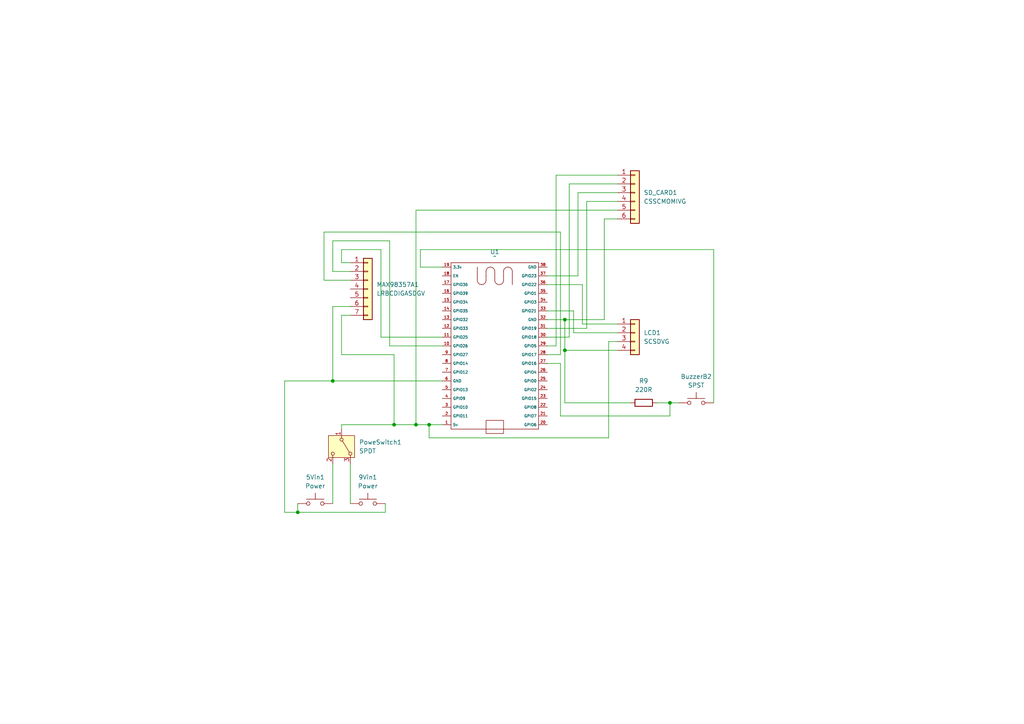
<source format=kicad_sch>
(kicad_sch
	(version 20250114)
	(generator "eeschema")
	(generator_version "9.0")
	(uuid "391ad297-6e82-449e-bdda-fa06d933fec8")
	(paper "A4")
	(lib_symbols
		(symbol "Connector_Generic:Conn_01x04"
			(pin_names
				(offset 1.016)
				(hide yes)
			)
			(exclude_from_sim no)
			(in_bom yes)
			(on_board yes)
			(property "Reference" "J"
				(at 0 5.08 0)
				(effects
					(font
						(size 1.27 1.27)
					)
				)
			)
			(property "Value" "Conn_01x04"
				(at 0 -7.62 0)
				(effects
					(font
						(size 1.27 1.27)
					)
				)
			)
			(property "Footprint" ""
				(at 0 0 0)
				(effects
					(font
						(size 1.27 1.27)
					)
					(hide yes)
				)
			)
			(property "Datasheet" "~"
				(at 0 0 0)
				(effects
					(font
						(size 1.27 1.27)
					)
					(hide yes)
				)
			)
			(property "Description" "Generic connector, single row, 01x04, script generated (kicad-library-utils/schlib/autogen/connector/)"
				(at 0 0 0)
				(effects
					(font
						(size 1.27 1.27)
					)
					(hide yes)
				)
			)
			(property "ki_keywords" "connector"
				(at 0 0 0)
				(effects
					(font
						(size 1.27 1.27)
					)
					(hide yes)
				)
			)
			(property "ki_fp_filters" "Connector*:*_1x??_*"
				(at 0 0 0)
				(effects
					(font
						(size 1.27 1.27)
					)
					(hide yes)
				)
			)
			(symbol "Conn_01x04_1_1"
				(rectangle
					(start -1.27 3.81)
					(end 1.27 -6.35)
					(stroke
						(width 0.254)
						(type default)
					)
					(fill
						(type background)
					)
				)
				(rectangle
					(start -1.27 2.667)
					(end 0 2.413)
					(stroke
						(width 0.1524)
						(type default)
					)
					(fill
						(type none)
					)
				)
				(rectangle
					(start -1.27 0.127)
					(end 0 -0.127)
					(stroke
						(width 0.1524)
						(type default)
					)
					(fill
						(type none)
					)
				)
				(rectangle
					(start -1.27 -2.413)
					(end 0 -2.667)
					(stroke
						(width 0.1524)
						(type default)
					)
					(fill
						(type none)
					)
				)
				(rectangle
					(start -1.27 -4.953)
					(end 0 -5.207)
					(stroke
						(width 0.1524)
						(type default)
					)
					(fill
						(type none)
					)
				)
				(pin passive line
					(at -5.08 2.54 0)
					(length 3.81)
					(name "Pin_1"
						(effects
							(font
								(size 1.27 1.27)
							)
						)
					)
					(number "1"
						(effects
							(font
								(size 1.27 1.27)
							)
						)
					)
				)
				(pin passive line
					(at -5.08 0 0)
					(length 3.81)
					(name "Pin_2"
						(effects
							(font
								(size 1.27 1.27)
							)
						)
					)
					(number "2"
						(effects
							(font
								(size 1.27 1.27)
							)
						)
					)
				)
				(pin passive line
					(at -5.08 -2.54 0)
					(length 3.81)
					(name "Pin_3"
						(effects
							(font
								(size 1.27 1.27)
							)
						)
					)
					(number "3"
						(effects
							(font
								(size 1.27 1.27)
							)
						)
					)
				)
				(pin passive line
					(at -5.08 -5.08 0)
					(length 3.81)
					(name "Pin_4"
						(effects
							(font
								(size 1.27 1.27)
							)
						)
					)
					(number "4"
						(effects
							(font
								(size 1.27 1.27)
							)
						)
					)
				)
			)
			(embedded_fonts no)
		)
		(symbol "Connector_Generic:Conn_01x06"
			(pin_names
				(offset 1.016)
				(hide yes)
			)
			(exclude_from_sim no)
			(in_bom yes)
			(on_board yes)
			(property "Reference" "J"
				(at 0 7.62 0)
				(effects
					(font
						(size 1.27 1.27)
					)
				)
			)
			(property "Value" "Conn_01x06"
				(at 0 -10.16 0)
				(effects
					(font
						(size 1.27 1.27)
					)
				)
			)
			(property "Footprint" ""
				(at 0 0 0)
				(effects
					(font
						(size 1.27 1.27)
					)
					(hide yes)
				)
			)
			(property "Datasheet" "~"
				(at 0 0 0)
				(effects
					(font
						(size 1.27 1.27)
					)
					(hide yes)
				)
			)
			(property "Description" "Generic connector, single row, 01x06, script generated (kicad-library-utils/schlib/autogen/connector/)"
				(at 0 0 0)
				(effects
					(font
						(size 1.27 1.27)
					)
					(hide yes)
				)
			)
			(property "ki_keywords" "connector"
				(at 0 0 0)
				(effects
					(font
						(size 1.27 1.27)
					)
					(hide yes)
				)
			)
			(property "ki_fp_filters" "Connector*:*_1x??_*"
				(at 0 0 0)
				(effects
					(font
						(size 1.27 1.27)
					)
					(hide yes)
				)
			)
			(symbol "Conn_01x06_1_1"
				(rectangle
					(start -1.27 6.35)
					(end 1.27 -8.89)
					(stroke
						(width 0.254)
						(type default)
					)
					(fill
						(type background)
					)
				)
				(rectangle
					(start -1.27 5.207)
					(end 0 4.953)
					(stroke
						(width 0.1524)
						(type default)
					)
					(fill
						(type none)
					)
				)
				(rectangle
					(start -1.27 2.667)
					(end 0 2.413)
					(stroke
						(width 0.1524)
						(type default)
					)
					(fill
						(type none)
					)
				)
				(rectangle
					(start -1.27 0.127)
					(end 0 -0.127)
					(stroke
						(width 0.1524)
						(type default)
					)
					(fill
						(type none)
					)
				)
				(rectangle
					(start -1.27 -2.413)
					(end 0 -2.667)
					(stroke
						(width 0.1524)
						(type default)
					)
					(fill
						(type none)
					)
				)
				(rectangle
					(start -1.27 -4.953)
					(end 0 -5.207)
					(stroke
						(width 0.1524)
						(type default)
					)
					(fill
						(type none)
					)
				)
				(rectangle
					(start -1.27 -7.493)
					(end 0 -7.747)
					(stroke
						(width 0.1524)
						(type default)
					)
					(fill
						(type none)
					)
				)
				(pin passive line
					(at -5.08 5.08 0)
					(length 3.81)
					(name "Pin_1"
						(effects
							(font
								(size 1.27 1.27)
							)
						)
					)
					(number "1"
						(effects
							(font
								(size 1.27 1.27)
							)
						)
					)
				)
				(pin passive line
					(at -5.08 2.54 0)
					(length 3.81)
					(name "Pin_2"
						(effects
							(font
								(size 1.27 1.27)
							)
						)
					)
					(number "2"
						(effects
							(font
								(size 1.27 1.27)
							)
						)
					)
				)
				(pin passive line
					(at -5.08 0 0)
					(length 3.81)
					(name "Pin_3"
						(effects
							(font
								(size 1.27 1.27)
							)
						)
					)
					(number "3"
						(effects
							(font
								(size 1.27 1.27)
							)
						)
					)
				)
				(pin passive line
					(at -5.08 -2.54 0)
					(length 3.81)
					(name "Pin_4"
						(effects
							(font
								(size 1.27 1.27)
							)
						)
					)
					(number "4"
						(effects
							(font
								(size 1.27 1.27)
							)
						)
					)
				)
				(pin passive line
					(at -5.08 -5.08 0)
					(length 3.81)
					(name "Pin_5"
						(effects
							(font
								(size 1.27 1.27)
							)
						)
					)
					(number "5"
						(effects
							(font
								(size 1.27 1.27)
							)
						)
					)
				)
				(pin passive line
					(at -5.08 -7.62 0)
					(length 3.81)
					(name "Pin_6"
						(effects
							(font
								(size 1.27 1.27)
							)
						)
					)
					(number "6"
						(effects
							(font
								(size 1.27 1.27)
							)
						)
					)
				)
			)
			(embedded_fonts no)
		)
		(symbol "Connector_Generic:Conn_01x07"
			(pin_names
				(offset 1.016)
				(hide yes)
			)
			(exclude_from_sim no)
			(in_bom yes)
			(on_board yes)
			(property "Reference" "J"
				(at 0 10.16 0)
				(effects
					(font
						(size 1.27 1.27)
					)
				)
			)
			(property "Value" "Conn_01x07"
				(at 0 -10.16 0)
				(effects
					(font
						(size 1.27 1.27)
					)
				)
			)
			(property "Footprint" ""
				(at 0 0 0)
				(effects
					(font
						(size 1.27 1.27)
					)
					(hide yes)
				)
			)
			(property "Datasheet" "~"
				(at 0 0 0)
				(effects
					(font
						(size 1.27 1.27)
					)
					(hide yes)
				)
			)
			(property "Description" "Generic connector, single row, 01x07, script generated (kicad-library-utils/schlib/autogen/connector/)"
				(at 0 0 0)
				(effects
					(font
						(size 1.27 1.27)
					)
					(hide yes)
				)
			)
			(property "ki_keywords" "connector"
				(at 0 0 0)
				(effects
					(font
						(size 1.27 1.27)
					)
					(hide yes)
				)
			)
			(property "ki_fp_filters" "Connector*:*_1x??_*"
				(at 0 0 0)
				(effects
					(font
						(size 1.27 1.27)
					)
					(hide yes)
				)
			)
			(symbol "Conn_01x07_1_1"
				(rectangle
					(start -1.27 8.89)
					(end 1.27 -8.89)
					(stroke
						(width 0.254)
						(type default)
					)
					(fill
						(type background)
					)
				)
				(rectangle
					(start -1.27 7.747)
					(end 0 7.493)
					(stroke
						(width 0.1524)
						(type default)
					)
					(fill
						(type none)
					)
				)
				(rectangle
					(start -1.27 5.207)
					(end 0 4.953)
					(stroke
						(width 0.1524)
						(type default)
					)
					(fill
						(type none)
					)
				)
				(rectangle
					(start -1.27 2.667)
					(end 0 2.413)
					(stroke
						(width 0.1524)
						(type default)
					)
					(fill
						(type none)
					)
				)
				(rectangle
					(start -1.27 0.127)
					(end 0 -0.127)
					(stroke
						(width 0.1524)
						(type default)
					)
					(fill
						(type none)
					)
				)
				(rectangle
					(start -1.27 -2.413)
					(end 0 -2.667)
					(stroke
						(width 0.1524)
						(type default)
					)
					(fill
						(type none)
					)
				)
				(rectangle
					(start -1.27 -4.953)
					(end 0 -5.207)
					(stroke
						(width 0.1524)
						(type default)
					)
					(fill
						(type none)
					)
				)
				(rectangle
					(start -1.27 -7.493)
					(end 0 -7.747)
					(stroke
						(width 0.1524)
						(type default)
					)
					(fill
						(type none)
					)
				)
				(pin passive line
					(at -5.08 7.62 0)
					(length 3.81)
					(name "Pin_1"
						(effects
							(font
								(size 1.27 1.27)
							)
						)
					)
					(number "1"
						(effects
							(font
								(size 1.27 1.27)
							)
						)
					)
				)
				(pin passive line
					(at -5.08 5.08 0)
					(length 3.81)
					(name "Pin_2"
						(effects
							(font
								(size 1.27 1.27)
							)
						)
					)
					(number "2"
						(effects
							(font
								(size 1.27 1.27)
							)
						)
					)
				)
				(pin passive line
					(at -5.08 2.54 0)
					(length 3.81)
					(name "Pin_3"
						(effects
							(font
								(size 1.27 1.27)
							)
						)
					)
					(number "3"
						(effects
							(font
								(size 1.27 1.27)
							)
						)
					)
				)
				(pin passive line
					(at -5.08 0 0)
					(length 3.81)
					(name "Pin_4"
						(effects
							(font
								(size 1.27 1.27)
							)
						)
					)
					(number "4"
						(effects
							(font
								(size 1.27 1.27)
							)
						)
					)
				)
				(pin passive line
					(at -5.08 -2.54 0)
					(length 3.81)
					(name "Pin_5"
						(effects
							(font
								(size 1.27 1.27)
							)
						)
					)
					(number "5"
						(effects
							(font
								(size 1.27 1.27)
							)
						)
					)
				)
				(pin passive line
					(at -5.08 -5.08 0)
					(length 3.81)
					(name "Pin_6"
						(effects
							(font
								(size 1.27 1.27)
							)
						)
					)
					(number "6"
						(effects
							(font
								(size 1.27 1.27)
							)
						)
					)
				)
				(pin passive line
					(at -5.08 -7.62 0)
					(length 3.81)
					(name "Pin_7"
						(effects
							(font
								(size 1.27 1.27)
							)
						)
					)
					(number "7"
						(effects
							(font
								(size 1.27 1.27)
							)
						)
					)
				)
			)
			(embedded_fonts no)
		)
		(symbol "Device:R"
			(pin_numbers
				(hide yes)
			)
			(pin_names
				(offset 0)
			)
			(exclude_from_sim no)
			(in_bom yes)
			(on_board yes)
			(property "Reference" "R"
				(at 2.032 0 90)
				(effects
					(font
						(size 1.27 1.27)
					)
				)
			)
			(property "Value" "R"
				(at 0 0 90)
				(effects
					(font
						(size 1.27 1.27)
					)
				)
			)
			(property "Footprint" ""
				(at -1.778 0 90)
				(effects
					(font
						(size 1.27 1.27)
					)
					(hide yes)
				)
			)
			(property "Datasheet" "~"
				(at 0 0 0)
				(effects
					(font
						(size 1.27 1.27)
					)
					(hide yes)
				)
			)
			(property "Description" "Resistor"
				(at 0 0 0)
				(effects
					(font
						(size 1.27 1.27)
					)
					(hide yes)
				)
			)
			(property "ki_keywords" "R res resistor"
				(at 0 0 0)
				(effects
					(font
						(size 1.27 1.27)
					)
					(hide yes)
				)
			)
			(property "ki_fp_filters" "R_*"
				(at 0 0 0)
				(effects
					(font
						(size 1.27 1.27)
					)
					(hide yes)
				)
			)
			(symbol "R_0_1"
				(rectangle
					(start -1.016 -2.54)
					(end 1.016 2.54)
					(stroke
						(width 0.254)
						(type default)
					)
					(fill
						(type none)
					)
				)
			)
			(symbol "R_1_1"
				(pin passive line
					(at 0 3.81 270)
					(length 1.27)
					(name "~"
						(effects
							(font
								(size 1.27 1.27)
							)
						)
					)
					(number "1"
						(effects
							(font
								(size 1.27 1.27)
							)
						)
					)
				)
				(pin passive line
					(at 0 -3.81 90)
					(length 1.27)
					(name "~"
						(effects
							(font
								(size 1.27 1.27)
							)
						)
					)
					(number "2"
						(effects
							(font
								(size 1.27 1.27)
							)
						)
					)
				)
			)
			(embedded_fonts no)
		)
		(symbol "ESP32:ESP32_38Pin"
			(exclude_from_sim no)
			(in_bom yes)
			(on_board yes)
			(property "Reference" "U"
				(at 0.635 0.635 90)
				(effects
					(font
						(size 1.27 1.27)
					)
				)
			)
			(property "Value" ""
				(at 0 0 0)
				(effects
					(font
						(size 1.27 1.27)
					)
				)
			)
			(property "Footprint" "ESP32_38pin"
				(at -1.905 0.635 90)
				(effects
					(font
						(size 1.27 1.27)
					)
					(hide yes)
				)
			)
			(property "Datasheet" ""
				(at 0 0 0)
				(effects
					(font
						(size 1.27 1.27)
					)
					(hide yes)
				)
			)
			(property "Description" ""
				(at 0 0 0)
				(effects
					(font
						(size 1.27 1.27)
					)
					(hide yes)
				)
			)
			(symbol "ESP32_38Pin_0_1"
				(polyline
					(pts
						(xy -4.4475 19.6825) (xy -4.4475 20.9525)
					)
					(stroke
						(width 0)
						(type default)
					)
					(fill
						(type none)
					)
				)
				(polyline
					(pts
						(xy -4.445 20.955) (xy -4.445 23.495)
					)
					(stroke
						(width 0)
						(type default)
					)
					(fill
						(type none)
					)
				)
				(arc
					(start -1.9 19.675)
					(mid -2.2742 18.7792)
					(end -3.17 18.405)
					(stroke
						(width 0)
						(type default)
					)
					(fill
						(type none)
					)
				)
				(arc
					(start -3.1775 18.4125)
					(mid -4.0748 18.7852)
					(end -4.4475 19.6825)
					(stroke
						(width 0)
						(type default)
					)
					(fill
						(type none)
					)
				)
				(polyline
					(pts
						(xy -1.9075 19.6825) (xy -1.9075 20.9525)
					)
					(stroke
						(width 0)
						(type default)
					)
					(fill
						(type none)
					)
				)
				(polyline
					(pts
						(xy -1.905 22.225) (xy -1.905 20.955)
					)
					(stroke
						(width 0)
						(type default)
					)
					(fill
						(type none)
					)
				)
				(arc
					(start -0.635 23.495)
					(mid 0.2623 23.1223)
					(end 0.635 22.225)
					(stroke
						(width 0)
						(type default)
					)
					(fill
						(type none)
					)
				)
				(arc
					(start -1.9125 22.2325)
					(mid -1.5383 23.1283)
					(end -0.6425 23.5025)
					(stroke
						(width 0)
						(type default)
					)
					(fill
						(type none)
					)
				)
				(polyline
					(pts
						(xy 0.6325 19.6825) (xy 0.6325 20.9525)
					)
					(stroke
						(width 0)
						(type default)
					)
					(fill
						(type none)
					)
				)
				(polyline
					(pts
						(xy 0.635 22.225) (xy 0.635 20.955)
					)
					(stroke
						(width 0)
						(type default)
					)
					(fill
						(type none)
					)
				)
				(arc
					(start 3.18 19.675)
					(mid 2.8058 18.7792)
					(end 1.91 18.405)
					(stroke
						(width 0)
						(type default)
					)
					(fill
						(type none)
					)
				)
				(arc
					(start 1.9025 18.4125)
					(mid 1.0052 18.7852)
					(end 0.6325 19.6825)
					(stroke
						(width 0)
						(type default)
					)
					(fill
						(type none)
					)
				)
				(polyline
					(pts
						(xy 3.1725 19.6825) (xy 3.1725 20.9525)
					)
					(stroke
						(width 0)
						(type default)
					)
					(fill
						(type none)
					)
				)
				(polyline
					(pts
						(xy 3.175 22.225) (xy 3.175 20.955)
					)
					(stroke
						(width 0)
						(type default)
					)
					(fill
						(type none)
					)
				)
				(rectangle
					(start 3.175 -20.955)
					(end -1.905 -24.765)
					(stroke
						(width 0)
						(type default)
					)
					(fill
						(type none)
					)
				)
				(arc
					(start 4.445 23.495)
					(mid 5.3423 23.1223)
					(end 5.715 22.225)
					(stroke
						(width 0)
						(type default)
					)
					(fill
						(type none)
					)
				)
				(arc
					(start 3.1675 22.2325)
					(mid 3.5417 23.1283)
					(end 4.4375 23.5025)
					(stroke
						(width 0)
						(type default)
					)
					(fill
						(type none)
					)
				)
				(polyline
					(pts
						(xy 5.715 22.225) (xy 5.715 20.955)
					)
					(stroke
						(width 0)
						(type default)
					)
					(fill
						(type none)
					)
				)
				(polyline
					(pts
						(xy 5.715 20.955) (xy 5.715 18.415)
					)
					(stroke
						(width 0)
						(type default)
					)
					(fill
						(type none)
					)
				)
				(rectangle
					(start 13.335 24.765)
					(end -12.065 -23.495)
					(stroke
						(width 0)
						(type default)
					)
					(fill
						(type none)
					)
				)
			)
			(symbol "ESP32_38Pin_1_1"
				(pin output line
					(at -14.605 23.495 0)
					(length 2.54)
					(name "3.3v"
						(effects
							(font
								(size 0.7874 0.7874)
							)
						)
					)
					(number "19"
						(effects
							(font
								(size 0.7874 0.7874)
							)
						)
					)
				)
				(pin bidirectional line
					(at -14.605 20.955 0)
					(length 2.54)
					(name "EN"
						(effects
							(font
								(size 0.7874 0.7874)
							)
						)
					)
					(number "18"
						(effects
							(font
								(size 0.7874 0.7874)
							)
						)
					)
				)
				(pin bidirectional line
					(at -14.605 18.415 0)
					(length 2.54)
					(name "GPIO36"
						(effects
							(font
								(size 0.7874 0.7874)
							)
						)
					)
					(number "17"
						(effects
							(font
								(size 0.7874 0.7874)
							)
						)
					)
				)
				(pin bidirectional line
					(at -14.605 15.875 0)
					(length 2.54)
					(name "GPIO39"
						(effects
							(font
								(size 0.7874 0.7874)
							)
						)
					)
					(number "16"
						(effects
							(font
								(size 0.7874 0.7874)
							)
						)
					)
				)
				(pin bidirectional line
					(at -14.605 13.335 0)
					(length 2.54)
					(name "GPIO34"
						(effects
							(font
								(size 0.7874 0.7874)
							)
						)
					)
					(number "15"
						(effects
							(font
								(size 0.7874 0.7874)
							)
						)
					)
				)
				(pin bidirectional line
					(at -14.605 10.795 0)
					(length 2.54)
					(name "GPIO35"
						(effects
							(font
								(size 0.7874 0.7874)
							)
						)
					)
					(number "14"
						(effects
							(font
								(size 0.7874 0.7874)
							)
						)
					)
				)
				(pin bidirectional line
					(at -14.605 8.255 0)
					(length 2.54)
					(name "GPIO32"
						(effects
							(font
								(size 0.7874 0.7874)
							)
						)
					)
					(number "13"
						(effects
							(font
								(size 0.7874 0.7874)
							)
						)
					)
				)
				(pin bidirectional line
					(at -14.605 5.715 0)
					(length 2.54)
					(name "GPIO33"
						(effects
							(font
								(size 0.7874 0.7874)
							)
						)
					)
					(number "12"
						(effects
							(font
								(size 0.7874 0.7874)
							)
						)
					)
				)
				(pin bidirectional line
					(at -14.605 3.175 0)
					(length 2.54)
					(name "GPIO25"
						(effects
							(font
								(size 0.7874 0.7874)
							)
						)
					)
					(number "11"
						(effects
							(font
								(size 0.7874 0.7874)
							)
						)
					)
				)
				(pin bidirectional line
					(at -14.605 0.635 0)
					(length 2.54)
					(name "GPIO26"
						(effects
							(font
								(size 0.7874 0.7874)
							)
						)
					)
					(number "10"
						(effects
							(font
								(size 0.7874 0.7874)
							)
						)
					)
				)
				(pin bidirectional line
					(at -14.605 -1.905 0)
					(length 2.54)
					(name "GPIO27"
						(effects
							(font
								(size 0.7874 0.7874)
							)
						)
					)
					(number "9"
						(effects
							(font
								(size 0.7874 0.7874)
							)
						)
					)
				)
				(pin bidirectional line
					(at -14.605 -4.445 0)
					(length 2.54)
					(name "GPIO14"
						(effects
							(font
								(size 0.7874 0.7874)
							)
						)
					)
					(number "8"
						(effects
							(font
								(size 0.7874 0.7874)
							)
						)
					)
				)
				(pin bidirectional line
					(at -14.605 -6.985 0)
					(length 2.54)
					(name "GPIO12"
						(effects
							(font
								(size 0.7874 0.7874)
							)
						)
					)
					(number "7"
						(effects
							(font
								(size 0.7874 0.7874)
							)
						)
					)
				)
				(pin power_in line
					(at -14.605 -9.525 0)
					(length 2.54)
					(name "GND"
						(effects
							(font
								(size 0.7874 0.7874)
							)
						)
					)
					(number "6"
						(effects
							(font
								(size 0.7874 0.7874)
							)
						)
					)
				)
				(pin bidirectional line
					(at -14.605 -12.065 0)
					(length 2.54)
					(name "GPIO13"
						(effects
							(font
								(size 0.7874 0.7874)
							)
						)
					)
					(number "5"
						(effects
							(font
								(size 0.7874 0.7874)
							)
						)
					)
				)
				(pin bidirectional line
					(at -14.605 -14.605 0)
					(length 2.54)
					(name "GPIO9"
						(effects
							(font
								(size 0.7874 0.7874)
							)
						)
					)
					(number "4"
						(effects
							(font
								(size 0.7874 0.7874)
							)
						)
					)
				)
				(pin bidirectional line
					(at -14.605 -17.145 0)
					(length 2.54)
					(name "GPIO10"
						(effects
							(font
								(size 0.7874 0.7874)
							)
						)
					)
					(number "3"
						(effects
							(font
								(size 0.7874 0.7874)
							)
						)
					)
				)
				(pin bidirectional line
					(at -14.605 -19.685 0)
					(length 2.54)
					(name "GPIO11"
						(effects
							(font
								(size 0.7874 0.7874)
							)
						)
					)
					(number "2"
						(effects
							(font
								(size 0.7874 0.7874)
							)
						)
					)
				)
				(pin power_out line
					(at -14.605 -22.225 0)
					(length 2.54)
					(name "5v"
						(effects
							(font
								(size 0.7874 0.7874)
							)
						)
					)
					(number "1"
						(effects
							(font
								(size 0.7874 0.7874)
							)
						)
					)
				)
				(pin power_in line
					(at 15.875 23.495 180)
					(length 2.54)
					(name "GND"
						(effects
							(font
								(size 0.7874 0.7874)
							)
						)
					)
					(number "38"
						(effects
							(font
								(size 0.7874 0.7874)
							)
						)
					)
				)
				(pin bidirectional line
					(at 15.875 20.955 180)
					(length 2.54)
					(name "GPIO23"
						(effects
							(font
								(size 0.7874 0.7874)
							)
						)
					)
					(number "37"
						(effects
							(font
								(size 0.7874 0.7874)
							)
						)
					)
				)
				(pin bidirectional line
					(at 15.875 18.415 180)
					(length 2.54)
					(name "GPIO22"
						(effects
							(font
								(size 0.7874 0.7874)
							)
						)
					)
					(number "36"
						(effects
							(font
								(size 0.7874 0.7874)
							)
						)
					)
				)
				(pin bidirectional line
					(at 15.875 15.875 180)
					(length 2.54)
					(name "GPIO1"
						(effects
							(font
								(size 0.7874 0.7874)
							)
						)
					)
					(number "35"
						(effects
							(font
								(size 0.7874 0.7874)
							)
						)
					)
				)
				(pin bidirectional line
					(at 15.875 13.335 180)
					(length 2.54)
					(name "GPIO3"
						(effects
							(font
								(size 0.7874 0.7874)
							)
						)
					)
					(number "34"
						(effects
							(font
								(size 0.7874 0.7874)
							)
						)
					)
				)
				(pin bidirectional line
					(at 15.875 10.795 180)
					(length 2.54)
					(name "GPIO21"
						(effects
							(font
								(size 0.7874 0.7874)
							)
						)
					)
					(number "33"
						(effects
							(font
								(size 0.7874 0.7874)
							)
						)
					)
				)
				(pin power_in line
					(at 15.875 8.255 180)
					(length 2.54)
					(name "GND"
						(effects
							(font
								(size 0.7874 0.7874)
							)
						)
					)
					(number "32"
						(effects
							(font
								(size 0.7874 0.7874)
							)
						)
					)
				)
				(pin bidirectional line
					(at 15.875 5.715 180)
					(length 2.54)
					(name "GPIO19"
						(effects
							(font
								(size 0.7874 0.7874)
							)
						)
					)
					(number "31"
						(effects
							(font
								(size 0.7874 0.7874)
							)
						)
					)
				)
				(pin bidirectional line
					(at 15.875 3.175 180)
					(length 2.54)
					(name "GPIO18"
						(effects
							(font
								(size 0.7874 0.7874)
							)
						)
					)
					(number "30"
						(effects
							(font
								(size 0.7874 0.7874)
							)
						)
					)
				)
				(pin bidirectional line
					(at 15.875 0.635 180)
					(length 2.54)
					(name "GPIO5"
						(effects
							(font
								(size 0.7874 0.7874)
							)
						)
					)
					(number "29"
						(effects
							(font
								(size 0.7874 0.7874)
							)
						)
					)
				)
				(pin bidirectional line
					(at 15.875 -1.905 180)
					(length 2.54)
					(name "GPIO17"
						(effects
							(font
								(size 0.7874 0.7874)
							)
						)
					)
					(number "28"
						(effects
							(font
								(size 0.7874 0.7874)
							)
						)
					)
				)
				(pin bidirectional line
					(at 15.875 -4.445 180)
					(length 2.54)
					(name "GPIO16"
						(effects
							(font
								(size 0.7874 0.7874)
							)
						)
					)
					(number "27"
						(effects
							(font
								(size 0.7874 0.7874)
							)
						)
					)
				)
				(pin bidirectional line
					(at 15.875 -6.985 180)
					(length 2.54)
					(name "GPIO4"
						(effects
							(font
								(size 0.7874 0.7874)
							)
						)
					)
					(number "26"
						(effects
							(font
								(size 0.7874 0.7874)
							)
						)
					)
				)
				(pin bidirectional line
					(at 15.875 -9.525 180)
					(length 2.54)
					(name "GPIO0"
						(effects
							(font
								(size 0.7874 0.7874)
							)
						)
					)
					(number "25"
						(effects
							(font
								(size 0.7874 0.7874)
							)
						)
					)
				)
				(pin bidirectional line
					(at 15.875 -12.065 180)
					(length 2.54)
					(name "GPIO2"
						(effects
							(font
								(size 0.7874 0.7874)
							)
						)
					)
					(number "24"
						(effects
							(font
								(size 0.7874 0.7874)
							)
						)
					)
				)
				(pin bidirectional line
					(at 15.875 -14.605 180)
					(length 2.54)
					(name "GPIO15"
						(effects
							(font
								(size 0.7874 0.7874)
							)
						)
					)
					(number "23"
						(effects
							(font
								(size 0.7874 0.7874)
							)
						)
					)
				)
				(pin bidirectional line
					(at 15.875 -17.145 180)
					(length 2.54)
					(name "GPIO8"
						(effects
							(font
								(size 0.7874 0.7874)
							)
						)
					)
					(number "22"
						(effects
							(font
								(size 0.7874 0.7874)
							)
						)
					)
				)
				(pin bidirectional line
					(at 15.875 -19.685 180)
					(length 2.54)
					(name "GPIO7"
						(effects
							(font
								(size 0.7874 0.7874)
							)
						)
					)
					(number "21"
						(effects
							(font
								(size 0.7874 0.7874)
							)
						)
					)
				)
				(pin bidirectional line
					(at 15.875 -22.225 180)
					(length 2.54)
					(name "GPIO6"
						(effects
							(font
								(size 0.7874 0.7874)
							)
						)
					)
					(number "20"
						(effects
							(font
								(size 0.7874 0.7874)
							)
						)
					)
				)
			)
			(embedded_fonts no)
		)
		(symbol "Switch:SW_Push"
			(pin_numbers
				(hide yes)
			)
			(pin_names
				(offset 1.016)
				(hide yes)
			)
			(exclude_from_sim no)
			(in_bom yes)
			(on_board yes)
			(property "Reference" "SW"
				(at 1.27 2.54 0)
				(effects
					(font
						(size 1.27 1.27)
					)
					(justify left)
				)
			)
			(property "Value" "SW_Push"
				(at 0 -1.524 0)
				(effects
					(font
						(size 1.27 1.27)
					)
				)
			)
			(property "Footprint" ""
				(at 0 5.08 0)
				(effects
					(font
						(size 1.27 1.27)
					)
					(hide yes)
				)
			)
			(property "Datasheet" "~"
				(at 0 5.08 0)
				(effects
					(font
						(size 1.27 1.27)
					)
					(hide yes)
				)
			)
			(property "Description" "Push button switch, generic, two pins"
				(at 0 0 0)
				(effects
					(font
						(size 1.27 1.27)
					)
					(hide yes)
				)
			)
			(property "ki_keywords" "switch normally-open pushbutton push-button"
				(at 0 0 0)
				(effects
					(font
						(size 1.27 1.27)
					)
					(hide yes)
				)
			)
			(symbol "SW_Push_0_1"
				(circle
					(center -2.032 0)
					(radius 0.508)
					(stroke
						(width 0)
						(type default)
					)
					(fill
						(type none)
					)
				)
				(polyline
					(pts
						(xy 0 1.27) (xy 0 3.048)
					)
					(stroke
						(width 0)
						(type default)
					)
					(fill
						(type none)
					)
				)
				(circle
					(center 2.032 0)
					(radius 0.508)
					(stroke
						(width 0)
						(type default)
					)
					(fill
						(type none)
					)
				)
				(polyline
					(pts
						(xy 2.54 1.27) (xy -2.54 1.27)
					)
					(stroke
						(width 0)
						(type default)
					)
					(fill
						(type none)
					)
				)
				(pin passive line
					(at -5.08 0 0)
					(length 2.54)
					(name "1"
						(effects
							(font
								(size 1.27 1.27)
							)
						)
					)
					(number "1"
						(effects
							(font
								(size 1.27 1.27)
							)
						)
					)
				)
				(pin passive line
					(at 5.08 0 180)
					(length 2.54)
					(name "2"
						(effects
							(font
								(size 1.27 1.27)
							)
						)
					)
					(number "2"
						(effects
							(font
								(size 1.27 1.27)
							)
						)
					)
				)
			)
			(embedded_fonts no)
		)
		(symbol "Switch:SW_SPDT_312"
			(pin_names
				(offset 1)
				(hide yes)
			)
			(exclude_from_sim no)
			(in_bom yes)
			(on_board yes)
			(property "Reference" "SW"
				(at 0 5.08 0)
				(effects
					(font
						(size 1.27 1.27)
					)
				)
			)
			(property "Value" "SW_SPDT_312"
				(at 0 -5.08 0)
				(effects
					(font
						(size 1.27 1.27)
					)
				)
			)
			(property "Footprint" ""
				(at 0 -10.16 0)
				(effects
					(font
						(size 1.27 1.27)
					)
					(hide yes)
				)
			)
			(property "Datasheet" "~"
				(at 0 -7.62 0)
				(effects
					(font
						(size 1.27 1.27)
					)
					(hide yes)
				)
			)
			(property "Description" "Switch, single pole double throw"
				(at 0 0 0)
				(effects
					(font
						(size 1.27 1.27)
					)
					(hide yes)
				)
			)
			(property "ki_keywords" "changeover single-pole double-throw spdt ON-ON"
				(at 0 0 0)
				(effects
					(font
						(size 1.27 1.27)
					)
					(hide yes)
				)
			)
			(symbol "SW_SPDT_312_0_1"
				(circle
					(center -2.032 0)
					(radius 0.4572)
					(stroke
						(width 0)
						(type default)
					)
					(fill
						(type none)
					)
				)
				(polyline
					(pts
						(xy -1.651 0.254) (xy 1.651 2.286)
					)
					(stroke
						(width 0)
						(type default)
					)
					(fill
						(type none)
					)
				)
				(circle
					(center 2.032 2.54)
					(radius 0.4572)
					(stroke
						(width 0)
						(type default)
					)
					(fill
						(type none)
					)
				)
				(circle
					(center 2.032 -2.54)
					(radius 0.4572)
					(stroke
						(width 0)
						(type default)
					)
					(fill
						(type none)
					)
				)
			)
			(symbol "SW_SPDT_312_1_1"
				(rectangle
					(start -3.175 3.81)
					(end 3.175 -3.81)
					(stroke
						(width 0)
						(type default)
					)
					(fill
						(type background)
					)
				)
				(pin passive line
					(at -5.08 0 0)
					(length 2.54)
					(name "B"
						(effects
							(font
								(size 1.27 1.27)
							)
						)
					)
					(number "1"
						(effects
							(font
								(size 1.27 1.27)
							)
						)
					)
				)
				(pin passive line
					(at 5.08 2.54 180)
					(length 2.54)
					(name "A"
						(effects
							(font
								(size 1.27 1.27)
							)
						)
					)
					(number "3"
						(effects
							(font
								(size 1.27 1.27)
							)
						)
					)
				)
				(pin passive line
					(at 5.08 -2.54 180)
					(length 2.54)
					(name "C"
						(effects
							(font
								(size 1.27 1.27)
							)
						)
					)
					(number "2"
						(effects
							(font
								(size 1.27 1.27)
							)
						)
					)
				)
			)
			(embedded_fonts no)
		)
	)
	(junction
		(at 120.65 123.19)
		(diameter 0)
		(color 0 0 0 0)
		(uuid "1d2a03bd-9812-41c8-81f5-db4bb3f70a8e")
	)
	(junction
		(at 163.83 92.71)
		(diameter 0)
		(color 0 0 0 0)
		(uuid "374a7878-73d1-4886-8dbc-4fdd6062af49")
	)
	(junction
		(at 86.36 148.59)
		(diameter 0)
		(color 0 0 0 0)
		(uuid "5bf3c758-81b9-4e5f-b59f-284d06bce013")
	)
	(junction
		(at 163.83 101.6)
		(diameter 0)
		(color 0 0 0 0)
		(uuid "97a0563e-b144-4e7a-9eea-1c14429beb22")
	)
	(junction
		(at 96.52 110.49)
		(diameter 0)
		(color 0 0 0 0)
		(uuid "9f3b38ca-7ece-4290-a572-0535d9521ec1")
	)
	(junction
		(at 194.31 116.84)
		(diameter 0)
		(color 0 0 0 0)
		(uuid "9fd8716f-f082-40b9-adf1-be9c926410f2")
	)
	(junction
		(at 114.3 123.19)
		(diameter 0)
		(color 0 0 0 0)
		(uuid "d8a0ebb5-8fd7-4c0a-89dc-942f0c1a91f3")
	)
	(junction
		(at 124.46 123.19)
		(diameter 0)
		(color 0 0 0 0)
		(uuid "d97a631b-c4bd-4f0a-a935-33f6ddc16158")
	)
	(wire
		(pts
			(xy 162.56 67.31) (xy 162.56 102.87)
		)
		(stroke
			(width 0)
			(type default)
		)
		(uuid "0306ba9b-e531-4e61-b1ab-cfdaffc212dc")
	)
	(wire
		(pts
			(xy 162.56 120.65) (xy 194.31 120.65)
		)
		(stroke
			(width 0)
			(type default)
		)
		(uuid "03fdeaab-bee9-4660-863d-4f1ade2c5f1a")
	)
	(wire
		(pts
			(xy 99.06 91.44) (xy 99.06 102.87)
		)
		(stroke
			(width 0)
			(type default)
		)
		(uuid "04504149-5fc8-4349-9f50-1995c3230fad")
	)
	(wire
		(pts
			(xy 110.49 97.79) (xy 128.27 97.79)
		)
		(stroke
			(width 0)
			(type default)
		)
		(uuid "0754dc37-eea1-4877-81e5-01cd0eb43855")
	)
	(wire
		(pts
			(xy 179.07 101.6) (xy 163.83 101.6)
		)
		(stroke
			(width 0)
			(type default)
		)
		(uuid "0982ba05-d609-414b-aa84-2ef1dacb6aa3")
	)
	(wire
		(pts
			(xy 114.3 102.87) (xy 114.3 123.19)
		)
		(stroke
			(width 0)
			(type default)
		)
		(uuid "0d53391b-f927-454a-91bd-b977be2eca0e")
	)
	(wire
		(pts
			(xy 163.83 101.6) (xy 163.83 92.71)
		)
		(stroke
			(width 0)
			(type default)
		)
		(uuid "1126fbff-1423-4f9b-9696-ef9744525384")
	)
	(wire
		(pts
			(xy 162.56 105.41) (xy 162.56 120.65)
		)
		(stroke
			(width 0)
			(type default)
		)
		(uuid "11f08c2c-f6e4-4546-a30c-2414e4e87e04")
	)
	(wire
		(pts
			(xy 170.18 58.42) (xy 179.07 58.42)
		)
		(stroke
			(width 0)
			(type default)
		)
		(uuid "186ad598-0bfe-4402-b4a7-75b9acd1c83d")
	)
	(wire
		(pts
			(xy 182.88 116.84) (xy 163.83 116.84)
		)
		(stroke
			(width 0)
			(type default)
		)
		(uuid "1a7ec353-ac58-4025-ac5d-22c3bd1c2e92")
	)
	(wire
		(pts
			(xy 111.76 146.05) (xy 111.76 148.59)
		)
		(stroke
			(width 0)
			(type default)
		)
		(uuid "1e5c2e41-2cbd-485c-9351-e2a8c52ce768")
	)
	(wire
		(pts
			(xy 82.55 110.49) (xy 96.52 110.49)
		)
		(stroke
			(width 0)
			(type default)
		)
		(uuid "2a4e164e-2b2f-4f98-8dfb-4d47593cc817")
	)
	(wire
		(pts
			(xy 114.3 123.19) (xy 120.65 123.19)
		)
		(stroke
			(width 0)
			(type default)
		)
		(uuid "2b0ebcf9-a920-447d-8e54-8b3007ec0201")
	)
	(wire
		(pts
			(xy 168.91 82.55) (xy 168.91 93.98)
		)
		(stroke
			(width 0)
			(type default)
		)
		(uuid "356aff39-a23d-4464-b315-5116a90788e4")
	)
	(wire
		(pts
			(xy 101.6 134.62) (xy 101.6 146.05)
		)
		(stroke
			(width 0)
			(type default)
		)
		(uuid "3993605b-dc24-438b-88ca-1506660ab082")
	)
	(wire
		(pts
			(xy 101.6 76.2) (xy 99.06 76.2)
		)
		(stroke
			(width 0)
			(type default)
		)
		(uuid "3adf6e65-2522-4af1-b31d-83ca1dbd00ac")
	)
	(wire
		(pts
			(xy 101.6 78.74) (xy 96.52 78.74)
		)
		(stroke
			(width 0)
			(type default)
		)
		(uuid "3ccd0c36-6387-494f-8600-fa5821d05e6c")
	)
	(wire
		(pts
			(xy 93.98 81.28) (xy 93.98 67.31)
		)
		(stroke
			(width 0)
			(type default)
		)
		(uuid "3d9d1006-6807-4c35-bda2-7d15dc0ca414")
	)
	(wire
		(pts
			(xy 121.92 77.47) (xy 121.92 72.39)
		)
		(stroke
			(width 0)
			(type default)
		)
		(uuid "425136fe-f74e-499a-a955-581c1653d164")
	)
	(wire
		(pts
			(xy 158.75 80.01) (xy 167.64 80.01)
		)
		(stroke
			(width 0)
			(type default)
		)
		(uuid "46876273-b52c-44b0-ab4e-dece4de18bd9")
	)
	(wire
		(pts
			(xy 179.07 96.52) (xy 166.37 96.52)
		)
		(stroke
			(width 0)
			(type default)
		)
		(uuid "4a8316b4-21e3-4ac2-a752-af32fee8cb8e")
	)
	(wire
		(pts
			(xy 161.29 50.8) (xy 179.07 50.8)
		)
		(stroke
			(width 0)
			(type default)
		)
		(uuid "4aa85dac-f440-4093-8b89-4508e76c435a")
	)
	(wire
		(pts
			(xy 96.52 134.62) (xy 96.52 146.05)
		)
		(stroke
			(width 0)
			(type default)
		)
		(uuid "4f08b8a7-4131-4343-a92a-da2738223b23")
	)
	(wire
		(pts
			(xy 162.56 102.87) (xy 158.75 102.87)
		)
		(stroke
			(width 0)
			(type default)
		)
		(uuid "4f92327d-8221-49d2-abe9-44f2c6ec1365")
	)
	(wire
		(pts
			(xy 163.83 116.84) (xy 163.83 101.6)
		)
		(stroke
			(width 0)
			(type default)
		)
		(uuid "53975fdd-b3d4-4e16-a6a8-89e38367af94")
	)
	(wire
		(pts
			(xy 175.26 63.5) (xy 175.26 92.71)
		)
		(stroke
			(width 0)
			(type default)
		)
		(uuid "54585d8a-8131-4f4a-bc60-01783f631cf9")
	)
	(wire
		(pts
			(xy 93.98 67.31) (xy 162.56 67.31)
		)
		(stroke
			(width 0)
			(type default)
		)
		(uuid "57ca0443-baa2-42fa-bfc7-6a432e00d230")
	)
	(wire
		(pts
			(xy 176.53 99.06) (xy 176.53 127)
		)
		(stroke
			(width 0)
			(type default)
		)
		(uuid "5a2490b6-2d30-47d8-86c0-256bcb05118d")
	)
	(wire
		(pts
			(xy 179.07 99.06) (xy 176.53 99.06)
		)
		(stroke
			(width 0)
			(type default)
		)
		(uuid "5d83e369-4b5c-4dc5-bb87-ccce02a78b7c")
	)
	(wire
		(pts
			(xy 86.36 146.05) (xy 86.36 148.59)
		)
		(stroke
			(width 0)
			(type default)
		)
		(uuid "632ca648-7976-431b-9e3d-34ac9a522723")
	)
	(wire
		(pts
			(xy 175.26 92.71) (xy 163.83 92.71)
		)
		(stroke
			(width 0)
			(type default)
		)
		(uuid "6559e768-209e-4f42-b3a7-d64d465d2a43")
	)
	(wire
		(pts
			(xy 176.53 127) (xy 124.46 127)
		)
		(stroke
			(width 0)
			(type default)
		)
		(uuid "66ffc8db-6f5b-4a46-a2db-08be2749be89")
	)
	(wire
		(pts
			(xy 194.31 116.84) (xy 196.85 116.84)
		)
		(stroke
			(width 0)
			(type default)
		)
		(uuid "6a454595-d4b3-408f-98e7-fda14deacbbb")
	)
	(wire
		(pts
			(xy 96.52 88.9) (xy 96.52 110.49)
		)
		(stroke
			(width 0)
			(type default)
		)
		(uuid "6cb211cc-b94e-48e2-8dbf-82a9f9bf6db0")
	)
	(wire
		(pts
			(xy 113.03 100.33) (xy 128.27 100.33)
		)
		(stroke
			(width 0)
			(type default)
		)
		(uuid "6fa24663-053b-41a1-b2e5-3cc29acf967a")
	)
	(wire
		(pts
			(xy 207.01 72.39) (xy 207.01 116.84)
		)
		(stroke
			(width 0)
			(type default)
		)
		(uuid "75ea95ff-2f9c-45e0-bc17-7d2514967b2a")
	)
	(wire
		(pts
			(xy 99.06 123.19) (xy 114.3 123.19)
		)
		(stroke
			(width 0)
			(type default)
		)
		(uuid "7afec9c1-e2b4-4ab0-bc7b-d369ba0ec6b7")
	)
	(wire
		(pts
			(xy 96.52 78.74) (xy 96.52 69.85)
		)
		(stroke
			(width 0)
			(type default)
		)
		(uuid "81861b0d-d5ef-4d51-9321-12b137521839")
	)
	(wire
		(pts
			(xy 158.75 105.41) (xy 162.56 105.41)
		)
		(stroke
			(width 0)
			(type default)
		)
		(uuid "82bf81e0-fa83-4429-ae8d-47f82f77ad40")
	)
	(wire
		(pts
			(xy 111.76 148.59) (xy 86.36 148.59)
		)
		(stroke
			(width 0)
			(type default)
		)
		(uuid "885236e0-8d7d-42c6-8157-92e273bfc381")
	)
	(wire
		(pts
			(xy 99.06 72.39) (xy 110.49 72.39)
		)
		(stroke
			(width 0)
			(type default)
		)
		(uuid "8b9d6fa9-5826-430c-89cb-f5cae5fa4ad0")
	)
	(wire
		(pts
			(xy 101.6 91.44) (xy 99.06 91.44)
		)
		(stroke
			(width 0)
			(type default)
		)
		(uuid "90511685-2e36-42a0-9f1d-b8dd3a052846")
	)
	(wire
		(pts
			(xy 124.46 123.19) (xy 128.27 123.19)
		)
		(stroke
			(width 0)
			(type default)
		)
		(uuid "932a7a32-d4c9-4940-a827-b75f2143f17f")
	)
	(wire
		(pts
			(xy 120.65 60.96) (xy 120.65 123.19)
		)
		(stroke
			(width 0)
			(type default)
		)
		(uuid "94e78567-bb3d-4348-ad1c-49e55ba7a43b")
	)
	(wire
		(pts
			(xy 167.64 55.88) (xy 179.07 55.88)
		)
		(stroke
			(width 0)
			(type default)
		)
		(uuid "9597ec7c-1dd7-4613-ba8c-35106cd25cab")
	)
	(wire
		(pts
			(xy 158.75 97.79) (xy 165.1 97.79)
		)
		(stroke
			(width 0)
			(type default)
		)
		(uuid "9ef14948-fca0-41fe-b9b7-c7bf64c02c5a")
	)
	(wire
		(pts
			(xy 170.18 95.25) (xy 170.18 58.42)
		)
		(stroke
			(width 0)
			(type default)
		)
		(uuid "ac2004e6-da4f-4fe0-96ec-da331b7add95")
	)
	(wire
		(pts
			(xy 101.6 81.28) (xy 93.98 81.28)
		)
		(stroke
			(width 0)
			(type default)
		)
		(uuid "ad9405e7-bf4f-4bb7-bcc9-582935633221")
	)
	(wire
		(pts
			(xy 158.75 82.55) (xy 168.91 82.55)
		)
		(stroke
			(width 0)
			(type default)
		)
		(uuid "af7a5c08-03c9-48dc-aae9-6232e512c4ff")
	)
	(wire
		(pts
			(xy 158.75 95.25) (xy 170.18 95.25)
		)
		(stroke
			(width 0)
			(type default)
		)
		(uuid "b24a6a96-d015-4823-bbc6-095613372ddc")
	)
	(wire
		(pts
			(xy 166.37 90.17) (xy 158.75 90.17)
		)
		(stroke
			(width 0)
			(type default)
		)
		(uuid "b36eef3d-754e-4e18-af59-206fa9a414c8")
	)
	(wire
		(pts
			(xy 86.36 148.59) (xy 82.55 148.59)
		)
		(stroke
			(width 0)
			(type default)
		)
		(uuid "b87c8a8d-72ec-4e5b-ae49-5609f7f108df")
	)
	(wire
		(pts
			(xy 165.1 53.34) (xy 179.07 53.34)
		)
		(stroke
			(width 0)
			(type default)
		)
		(uuid "b88ad66b-ac8a-473d-8452-7e324286029d")
	)
	(wire
		(pts
			(xy 161.29 100.33) (xy 161.29 50.8)
		)
		(stroke
			(width 0)
			(type default)
		)
		(uuid "b93e6f2d-2e41-469e-b6d6-7f1365c55800")
	)
	(wire
		(pts
			(xy 194.31 120.65) (xy 194.31 116.84)
		)
		(stroke
			(width 0)
			(type default)
		)
		(uuid "bb9117d0-f527-41e8-ac99-d3c1b44f3d5c")
	)
	(wire
		(pts
			(xy 175.26 63.5) (xy 179.07 63.5)
		)
		(stroke
			(width 0)
			(type default)
		)
		(uuid "c653a7ad-b109-4e58-8c99-45fc90535990")
	)
	(wire
		(pts
			(xy 120.65 123.19) (xy 124.46 123.19)
		)
		(stroke
			(width 0)
			(type default)
		)
		(uuid "ca1b9f9c-b574-447e-ac44-12c2d97d32f3")
	)
	(wire
		(pts
			(xy 165.1 97.79) (xy 165.1 53.34)
		)
		(stroke
			(width 0)
			(type default)
		)
		(uuid "cef49c0e-80f4-457f-8d8d-cd879a5e4a38")
	)
	(wire
		(pts
			(xy 167.64 80.01) (xy 167.64 55.88)
		)
		(stroke
			(width 0)
			(type default)
		)
		(uuid "d052cad2-af01-4472-a8df-ce8e225f930c")
	)
	(wire
		(pts
			(xy 158.75 100.33) (xy 161.29 100.33)
		)
		(stroke
			(width 0)
			(type default)
		)
		(uuid "d1961c8a-bc14-41f8-8e1a-250800fa35b0")
	)
	(wire
		(pts
			(xy 110.49 72.39) (xy 110.49 97.79)
		)
		(stroke
			(width 0)
			(type default)
		)
		(uuid "d4b3e245-6fd2-4e5a-90fa-f958c1ffa7f4")
	)
	(wire
		(pts
			(xy 166.37 96.52) (xy 166.37 90.17)
		)
		(stroke
			(width 0)
			(type default)
		)
		(uuid "d5f01101-d943-46dc-9e93-e115b61a47f7")
	)
	(wire
		(pts
			(xy 82.55 148.59) (xy 82.55 110.49)
		)
		(stroke
			(width 0)
			(type default)
		)
		(uuid "d7059e26-1214-4687-822a-5c427d5196e8")
	)
	(wire
		(pts
			(xy 99.06 76.2) (xy 99.06 72.39)
		)
		(stroke
			(width 0)
			(type default)
		)
		(uuid "df5db46c-89a6-4f00-8b9f-fb671fe75df9")
	)
	(wire
		(pts
			(xy 99.06 124.46) (xy 99.06 123.19)
		)
		(stroke
			(width 0)
			(type default)
		)
		(uuid "e1a15438-1da9-466d-bf5d-0922eab0bb49")
	)
	(wire
		(pts
			(xy 121.92 72.39) (xy 207.01 72.39)
		)
		(stroke
			(width 0)
			(type default)
		)
		(uuid "e57919e7-37e2-4f8e-bd73-2297a823437b")
	)
	(wire
		(pts
			(xy 158.75 92.71) (xy 163.83 92.71)
		)
		(stroke
			(width 0)
			(type default)
		)
		(uuid "e72c8c06-04c7-4f12-8512-df37fc2aa54c")
	)
	(wire
		(pts
			(xy 96.52 110.49) (xy 128.27 110.49)
		)
		(stroke
			(width 0)
			(type default)
		)
		(uuid "e7406b57-b1b8-4797-9694-51c71d7e689d")
	)
	(wire
		(pts
			(xy 96.52 69.85) (xy 113.03 69.85)
		)
		(stroke
			(width 0)
			(type default)
		)
		(uuid "ea3e95ad-532d-4ceb-8f36-f966dcdb2260")
	)
	(wire
		(pts
			(xy 168.91 93.98) (xy 179.07 93.98)
		)
		(stroke
			(width 0)
			(type default)
		)
		(uuid "ee8be499-2236-4852-85f9-00e9e03c2cae")
	)
	(wire
		(pts
			(xy 128.27 77.47) (xy 121.92 77.47)
		)
		(stroke
			(width 0)
			(type default)
		)
		(uuid "f347c092-48c0-41eb-9f24-8972a5dd8292")
	)
	(wire
		(pts
			(xy 113.03 69.85) (xy 113.03 100.33)
		)
		(stroke
			(width 0)
			(type default)
		)
		(uuid "f38e6356-62c6-408e-81bc-6a21455e52df")
	)
	(wire
		(pts
			(xy 99.06 102.87) (xy 114.3 102.87)
		)
		(stroke
			(width 0)
			(type default)
		)
		(uuid "f575ec6c-649a-4e60-bcd5-01110895f3ce")
	)
	(wire
		(pts
			(xy 124.46 127) (xy 124.46 123.19)
		)
		(stroke
			(width 0)
			(type default)
		)
		(uuid "f5aab890-5783-478c-a2ff-07664df04e47")
	)
	(wire
		(pts
			(xy 179.07 60.96) (xy 120.65 60.96)
		)
		(stroke
			(width 0)
			(type default)
		)
		(uuid "f6aad3bb-e049-4cb4-9d24-8952722b877e")
	)
	(wire
		(pts
			(xy 190.5 116.84) (xy 194.31 116.84)
		)
		(stroke
			(width 0)
			(type default)
		)
		(uuid "fadc8b4b-bb36-45ed-b49f-e054e03918ff")
	)
	(wire
		(pts
			(xy 101.6 88.9) (xy 96.52 88.9)
		)
		(stroke
			(width 0)
			(type default)
		)
		(uuid "fe2da6c1-a23d-47c5-8460-93b2f597e3c4")
	)
	(symbol
		(lib_id "ESP32:ESP32_38Pin")
		(at 142.875 100.965 0)
		(unit 1)
		(exclude_from_sim no)
		(in_bom yes)
		(on_board yes)
		(dnp no)
		(fields_autoplaced yes)
		(uuid "6927f644-5a88-494f-b5bd-5c9c4542e296")
		(property "Reference" "U1"
			(at 143.51 73.025 0)
			(effects
				(font
					(size 1.27 1.27)
				)
			)
		)
		(property "Value" "~"
			(at 143.51 74.295 0)
			(effects
				(font
					(size 1.27 1.27)
				)
			)
		)
		(property "Footprint" "ESP32:ESP32_38pin"
			(at 140.97 100.33 90)
			(effects
				(font
					(size 1.27 1.27)
				)
				(hide yes)
			)
		)
		(property "Datasheet" ""
			(at 142.875 100.965 0)
			(effects
				(font
					(size 1.27 1.27)
				)
				(hide yes)
			)
		)
		(property "Description" ""
			(at 142.875 100.965 0)
			(effects
				(font
					(size 1.27 1.27)
				)
				(hide yes)
			)
		)
		(pin "9"
			(uuid "09bcbf95-3f8e-46df-a61e-5f0745f459f8")
		)
		(pin "15"
			(uuid "768c8918-657f-474d-9825-d7779d153baa")
		)
		(pin "2"
			(uuid "74ecfca5-7d62-486c-bc0d-3de004eb6a39")
		)
		(pin "29"
			(uuid "357c78a6-0585-4bb0-a798-40ca6f652ab9")
		)
		(pin "11"
			(uuid "44ab6c2f-6ddc-441c-89ce-829d03d0d942")
		)
		(pin "17"
			(uuid "529133ea-6911-409d-8215-ccaaaad4e719")
		)
		(pin "4"
			(uuid "f5256f60-6deb-4d74-b779-79f753b206e0")
		)
		(pin "8"
			(uuid "4283b539-d91f-402d-88c0-f8bd03501f93")
		)
		(pin "26"
			(uuid "4ac38f3e-96dd-4828-b13f-9f69bd6a8bf1")
		)
		(pin "23"
			(uuid "3547b3dc-9456-4d36-896b-a2855822716d")
		)
		(pin "38"
			(uuid "ccc34430-5700-4451-b1de-8d750fb45c6f")
		)
		(pin "22"
			(uuid "8f9205cb-bf4b-4d89-ba94-ad8923fcd7fc")
		)
		(pin "31"
			(uuid "f13dedd2-b459-40a7-88bf-dc8b94af2bc2")
		)
		(pin "36"
			(uuid "e09facc0-7d71-4a6d-8962-0bf668ddf1be")
		)
		(pin "28"
			(uuid "5f17cf6e-693d-4d80-9339-8e4a87c51c26")
		)
		(pin "21"
			(uuid "416a9426-9682-4847-9c68-75e6e1cf22cd")
		)
		(pin "20"
			(uuid "6bb6045a-fc6f-455b-97ad-1bfd4ae9f877")
		)
		(pin "16"
			(uuid "86c33c99-754f-4a25-a9a2-a5ccaa25c472")
		)
		(pin "18"
			(uuid "e3e39f03-084c-4389-8903-b3f8c5123fea")
		)
		(pin "10"
			(uuid "509c94e4-0e18-479e-86f6-c64b9d452dea")
		)
		(pin "30"
			(uuid "be727603-b966-4924-89a2-4e45e76714c6")
		)
		(pin "7"
			(uuid "4b919634-4d1c-48e2-b965-134c0360fb3d")
		)
		(pin "3"
			(uuid "d769528d-bee5-4426-a956-848106fef2da")
		)
		(pin "34"
			(uuid "dd2e0889-5f6f-43b1-af2e-ad5d5a9a11b9")
		)
		(pin "33"
			(uuid "1936b9a3-d104-4436-be95-f8075ce6d9bb")
		)
		(pin "12"
			(uuid "1bc5fe6f-0111-4331-97d9-b5fa0cf710a9")
		)
		(pin "13"
			(uuid "bff3bd31-d8a8-4675-9e6a-b786ce137ee4")
		)
		(pin "27"
			(uuid "fc83bcbb-3c78-46f7-beaf-1e8cae5842eb")
		)
		(pin "37"
			(uuid "4ef393ea-744e-42b4-8044-746ece23640c")
		)
		(pin "19"
			(uuid "c49ac044-7e9c-408e-a342-a6c4ed16c254")
		)
		(pin "32"
			(uuid "b11f0627-6332-4c4a-a6b8-d759918aedab")
		)
		(pin "5"
			(uuid "374bca37-69f7-4bed-a802-06a3a257452f")
		)
		(pin "14"
			(uuid "2b4852dc-a4e9-4f6a-b985-c1f1386a91b5")
		)
		(pin "1"
			(uuid "8fa0f9a3-51ec-454f-97aa-a1dcd5e691c5")
		)
		(pin "25"
			(uuid "da8f4f88-9426-4b9b-ba88-03dd5b5fb77e")
		)
		(pin "6"
			(uuid "f74b49b0-acea-4186-89d3-7a3159785d06")
		)
		(pin "35"
			(uuid "b2367ce7-14b9-488f-916d-f29adfc1a4c9")
		)
		(pin "24"
			(uuid "2ddacee0-6b28-428a-bb47-b687a8b87ec7")
		)
		(instances
			(project ""
				(path "/391ad297-6e82-449e-bdda-fa06d933fec8"
					(reference "U1")
					(unit 1)
				)
			)
		)
	)
	(symbol
		(lib_id "Device:R")
		(at 186.69 116.84 270)
		(unit 1)
		(exclude_from_sim no)
		(in_bom yes)
		(on_board yes)
		(dnp no)
		(fields_autoplaced yes)
		(uuid "7aedb9f2-2519-407a-8552-356d44ec7cb7")
		(property "Reference" "R9"
			(at 186.69 110.49 90)
			(effects
				(font
					(size 1.27 1.27)
				)
			)
		)
		(property "Value" "220R"
			(at 186.69 113.03 90)
			(effects
				(font
					(size 1.27 1.27)
				)
			)
		)
		(property "Footprint" "Resistor_THT:R_Axial_DIN0204_L3.6mm_D1.6mm_P7.62mm_Horizontal"
			(at 186.69 115.062 90)
			(effects
				(font
					(size 1.27 1.27)
				)
				(hide yes)
			)
		)
		(property "Datasheet" "~"
			(at 186.69 116.84 0)
			(effects
				(font
					(size 1.27 1.27)
				)
				(hide yes)
			)
		)
		(property "Description" "Resistor"
			(at 186.69 116.84 0)
			(effects
				(font
					(size 1.27 1.27)
				)
				(hide yes)
			)
		)
		(pin "2"
			(uuid "917cbd47-38f8-4af0-be32-cfc498cf184a")
		)
		(pin "1"
			(uuid "6149148a-7683-4ac9-8ba6-cd2168920c96")
		)
		(instances
			(project "MainBox"
				(path "/391ad297-6e82-449e-bdda-fa06d933fec8"
					(reference "R9")
					(unit 1)
				)
			)
		)
	)
	(symbol
		(lib_id "Connector_Generic:Conn_01x06")
		(at 184.15 55.88 0)
		(unit 1)
		(exclude_from_sim no)
		(in_bom yes)
		(on_board yes)
		(dnp no)
		(fields_autoplaced yes)
		(uuid "8febcce9-e63a-451e-b321-fad1c993f619")
		(property "Reference" "SD_CARD1"
			(at 186.69 55.8799 0)
			(effects
				(font
					(size 1.27 1.27)
				)
				(justify left)
			)
		)
		(property "Value" "CSSCMOMIVG"
			(at 186.69 58.4199 0)
			(effects
				(font
					(size 1.27 1.27)
				)
				(justify left)
			)
		)
		(property "Footprint" "MyComponents:Micro SD Card Module"
			(at 184.15 55.88 0)
			(effects
				(font
					(size 1.27 1.27)
				)
				(hide yes)
			)
		)
		(property "Datasheet" "~"
			(at 184.15 55.88 0)
			(effects
				(font
					(size 1.27 1.27)
				)
				(hide yes)
			)
		)
		(property "Description" "Generic connector, single row, 01x06, script generated (kicad-library-utils/schlib/autogen/connector/)"
			(at 184.15 55.88 0)
			(effects
				(font
					(size 1.27 1.27)
				)
				(hide yes)
			)
		)
		(pin "4"
			(uuid "2bf136d3-2f89-47fe-9ba6-61c1aecf8173")
		)
		(pin "1"
			(uuid "bc75f79a-6efd-4577-8ec4-d03489467173")
		)
		(pin "6"
			(uuid "35abfb6f-dfa8-4ae9-9392-f63397b1f8f4")
		)
		(pin "2"
			(uuid "841352bb-79b5-4ab1-9ced-bbbd106f9acf")
		)
		(pin "3"
			(uuid "8fd72f8e-e18f-4a36-9576-b15134d91cfc")
		)
		(pin "5"
			(uuid "11255073-33af-470c-9ecd-12630b69d109")
		)
		(instances
			(project ""
				(path "/391ad297-6e82-449e-bdda-fa06d933fec8"
					(reference "SD_CARD1")
					(unit 1)
				)
			)
		)
	)
	(symbol
		(lib_id "Switch:SW_SPDT_312")
		(at 99.06 129.54 270)
		(unit 1)
		(exclude_from_sim no)
		(in_bom yes)
		(on_board yes)
		(dnp no)
		(fields_autoplaced yes)
		(uuid "9bc345f1-ea56-4c31-82a4-724775fdc4ee")
		(property "Reference" "PoweSwitch1"
			(at 104.14 128.2699 90)
			(effects
				(font
					(size 1.27 1.27)
				)
				(justify left)
			)
		)
		(property "Value" "SPDT"
			(at 104.14 130.8099 90)
			(effects
				(font
					(size 1.27 1.27)
				)
				(justify left)
			)
		)
		(property "Footprint" "Button_Switch_THT:SW_Slide-03_Wuerth-WS-SLTV_10x2.5x6.4_P2.54mm"
			(at 88.9 129.54 0)
			(effects
				(font
					(size 1.27 1.27)
				)
				(hide yes)
			)
		)
		(property "Datasheet" "~"
			(at 91.44 129.54 0)
			(effects
				(font
					(size 1.27 1.27)
				)
				(hide yes)
			)
		)
		(property "Description" "Switch, single pole double throw"
			(at 99.06 129.54 0)
			(effects
				(font
					(size 1.27 1.27)
				)
				(hide yes)
			)
		)
		(pin "3"
			(uuid "9d2db97f-c644-4bb9-a6ba-533c1cf142b7")
		)
		(pin "2"
			(uuid "6108455a-f77b-4589-b840-6ab1c3aa815c")
		)
		(pin "1"
			(uuid "d591524a-3e97-4e55-91f3-051b421ccd20")
		)
		(instances
			(project ""
				(path "/391ad297-6e82-449e-bdda-fa06d933fec8"
					(reference "PoweSwitch1")
					(unit 1)
				)
			)
		)
	)
	(symbol
		(lib_id "Connector_Generic:Conn_01x07")
		(at 106.68 83.82 0)
		(unit 1)
		(exclude_from_sim no)
		(in_bom yes)
		(on_board yes)
		(dnp no)
		(uuid "9e004499-8224-406e-bee5-5554ff71f127")
		(property "Reference" "MAX98357A1"
			(at 109.22 82.5499 0)
			(effects
				(font
					(size 1.27 1.27)
				)
				(justify left)
			)
		)
		(property "Value" "LRBCDIGASDGV"
			(at 109.22 85.0899 0)
			(effects
				(font
					(size 1.27 1.27)
				)
				(justify left)
			)
		)
		(property "Footprint" "MyComponents:MAX98357A"
			(at 106.68 83.82 0)
			(effects
				(font
					(size 1.27 1.27)
				)
				(hide yes)
			)
		)
		(property "Datasheet" "~"
			(at 106.68 83.82 0)
			(effects
				(font
					(size 1.27 1.27)
				)
				(hide yes)
			)
		)
		(property "Description" "Generic connector, single row, 01x07, script generated (kicad-library-utils/schlib/autogen/connector/)"
			(at 106.68 83.82 0)
			(effects
				(font
					(size 1.27 1.27)
				)
				(hide yes)
			)
		)
		(pin "2"
			(uuid "6968d1bd-935d-478d-a851-e1d9ddfef117")
		)
		(pin "3"
			(uuid "09b8e9a5-bd1d-48ac-b73b-f8fa3fe714cd")
		)
		(pin "7"
			(uuid "f682f157-fcd4-4e4d-bcd6-5393decec17c")
		)
		(pin "4"
			(uuid "fcf87083-b8bf-4210-a524-d4607c92dc37")
		)
		(pin "1"
			(uuid "c2760d28-0eb4-46d2-8def-27a3f6132409")
		)
		(pin "5"
			(uuid "e936acee-2ac2-48f8-891c-2ff05da9a328")
		)
		(pin "6"
			(uuid "d5407a2a-2bfc-4d49-84a5-581a28e00936")
		)
		(instances
			(project ""
				(path "/391ad297-6e82-449e-bdda-fa06d933fec8"
					(reference "MAX98357A1")
					(unit 1)
				)
			)
		)
	)
	(symbol
		(lib_id "Connector_Generic:Conn_01x04")
		(at 184.15 96.52 0)
		(unit 1)
		(exclude_from_sim no)
		(in_bom yes)
		(on_board yes)
		(dnp no)
		(fields_autoplaced yes)
		(uuid "c718fd4d-fcaf-4ff8-b276-2bfc8812e484")
		(property "Reference" "LCD1"
			(at 186.69 96.5199 0)
			(effects
				(font
					(size 1.27 1.27)
				)
				(justify left)
			)
		)
		(property "Value" "SCSDVG"
			(at 186.69 99.0599 0)
			(effects
				(font
					(size 1.27 1.27)
				)
				(justify left)
			)
		)
		(property "Footprint" "Connector_PinSocket_2.54mm:PinSocket_1x04_P2.54mm_Vertical"
			(at 184.15 96.52 0)
			(effects
				(font
					(size 1.27 1.27)
				)
				(hide yes)
			)
		)
		(property "Datasheet" "~"
			(at 184.15 96.52 0)
			(effects
				(font
					(size 1.27 1.27)
				)
				(hide yes)
			)
		)
		(property "Description" "Generic connector, single row, 01x04, script generated (kicad-library-utils/schlib/autogen/connector/)"
			(at 184.15 96.52 0)
			(effects
				(font
					(size 1.27 1.27)
				)
				(hide yes)
			)
		)
		(pin "3"
			(uuid "fb5857b6-f283-487f-b1e8-1d8dfa03a629")
		)
		(pin "2"
			(uuid "8bfdddfd-3ec7-4c1d-9c8e-8df43079e7b5")
		)
		(pin "4"
			(uuid "7766cfae-1a62-47de-bfed-dfb3955b7d78")
		)
		(pin "1"
			(uuid "7dbd91c6-2abd-4907-ba0f-84abd9ba8395")
		)
		(instances
			(project ""
				(path "/391ad297-6e82-449e-bdda-fa06d933fec8"
					(reference "LCD1")
					(unit 1)
				)
			)
		)
	)
	(symbol
		(lib_id "Switch:SW_Push")
		(at 91.44 146.05 0)
		(unit 1)
		(exclude_from_sim no)
		(in_bom yes)
		(on_board yes)
		(dnp no)
		(uuid "c8f66e6d-e4f5-4a59-a451-b0e3409504e2")
		(property "Reference" "5Vin1"
			(at 91.44 138.43 0)
			(effects
				(font
					(size 1.27 1.27)
				)
			)
		)
		(property "Value" "Power"
			(at 91.44 140.97 0)
			(effects
				(font
					(size 1.27 1.27)
				)
			)
		)
		(property "Footprint" "Button_Switch_THT:SW_PUSH_1P1T_6x3.5mm_H4.3_APEM_MJTP1243"
			(at 91.44 140.97 0)
			(effects
				(font
					(size 1.27 1.27)
				)
				(hide yes)
			)
		)
		(property "Datasheet" "~"
			(at 91.44 140.97 0)
			(effects
				(font
					(size 1.27 1.27)
				)
				(hide yes)
			)
		)
		(property "Description" "Push button switch, generic, two pins"
			(at 91.44 146.05 0)
			(effects
				(font
					(size 1.27 1.27)
				)
				(hide yes)
			)
		)
		(pin "2"
			(uuid "4af38c72-eb13-4d5f-97c9-9a9777041e28")
		)
		(pin "1"
			(uuid "be2385ba-1b77-4a9a-b797-0d0b8b7ce0fc")
		)
		(instances
			(project "BuzzerBox"
				(path "/391ad297-6e82-449e-bdda-fa06d933fec8"
					(reference "5Vin1")
					(unit 1)
				)
			)
		)
	)
	(symbol
		(lib_id "Switch:SW_Push")
		(at 106.68 146.05 0)
		(mirror y)
		(unit 1)
		(exclude_from_sim no)
		(in_bom yes)
		(on_board yes)
		(dnp no)
		(uuid "cefb05f4-757e-4d0f-84cc-d556963d4b43")
		(property "Reference" "9Vin1"
			(at 106.68 138.43 0)
			(effects
				(font
					(size 1.27 1.27)
				)
			)
		)
		(property "Value" "Power"
			(at 106.68 140.97 0)
			(effects
				(font
					(size 1.27 1.27)
				)
			)
		)
		(property "Footprint" "Button_Switch_THT:SW_PUSH_1P1T_6x3.5mm_H4.3_APEM_MJTP1243"
			(at 106.68 140.97 0)
			(effects
				(font
					(size 1.27 1.27)
				)
				(hide yes)
			)
		)
		(property "Datasheet" "~"
			(at 106.68 140.97 0)
			(effects
				(font
					(size 1.27 1.27)
				)
				(hide yes)
			)
		)
		(property "Description" "Push button switch, generic, two pins"
			(at 106.68 146.05 0)
			(effects
				(font
					(size 1.27 1.27)
				)
				(hide yes)
			)
		)
		(pin "2"
			(uuid "fecc4db9-8223-41c5-aa1b-70d9fabfbf51")
		)
		(pin "1"
			(uuid "81e94845-119e-4b47-8e5c-30647c97126f")
		)
		(instances
			(project "BuzzerBox"
				(path "/391ad297-6e82-449e-bdda-fa06d933fec8"
					(reference "9Vin1")
					(unit 1)
				)
			)
		)
	)
	(symbol
		(lib_id "Switch:SW_Push")
		(at 201.93 116.84 0)
		(unit 1)
		(exclude_from_sim no)
		(in_bom yes)
		(on_board yes)
		(dnp no)
		(fields_autoplaced yes)
		(uuid "d8af7639-2694-4d20-bdfe-a420bad62c3c")
		(property "Reference" "BuzzerB2"
			(at 201.93 109.22 0)
			(effects
				(font
					(size 1.27 1.27)
				)
			)
		)
		(property "Value" "SPST"
			(at 201.93 111.76 0)
			(effects
				(font
					(size 1.27 1.27)
				)
			)
		)
		(property "Footprint" "Button_Switch_THT:SW_PUSH_1P1T_6x3.5mm_H4.3_APEM_MJTP1243"
			(at 201.93 111.76 0)
			(effects
				(font
					(size 1.27 1.27)
				)
				(hide yes)
			)
		)
		(property "Datasheet" "~"
			(at 201.93 111.76 0)
			(effects
				(font
					(size 1.27 1.27)
				)
				(hide yes)
			)
		)
		(property "Description" "Push button switch, generic, two pins"
			(at 201.93 116.84 0)
			(effects
				(font
					(size 1.27 1.27)
				)
				(hide yes)
			)
		)
		(pin "2"
			(uuid "61ffb862-bc95-4325-a8ae-80716d1dbdfa")
		)
		(pin "1"
			(uuid "df8d65c8-9a63-4ffc-a9f9-dc81c47d515e")
		)
		(instances
			(project "MainBox"
				(path "/391ad297-6e82-449e-bdda-fa06d933fec8"
					(reference "BuzzerB2")
					(unit 1)
				)
			)
		)
	)
	(sheet_instances
		(path "/"
			(page "1")
		)
	)
	(embedded_fonts no)
)

</source>
